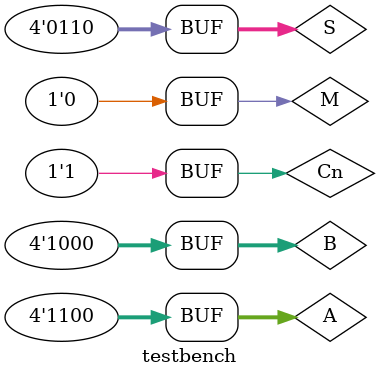
<source format=v>
`timescale 1ns / 1ps


module testbench;

	// Inputs
	reg [3:0] A;
	reg [3:0] B;
	reg M;
	reg [3:0] S;
	reg Cn;

	// Outputs
	wire [3:0] F;
	wire G;
	wire P;
	wire Cn4;
	wire AeqB;

	// Instantiate the Unit Under Test (UUT)
	alu74181 uut (
		.A(A), 
		.B(B), 
		.M(M), 
		.S(S), 
		.Cn(Cn), 
		.F(F), 
		.G(G), 
		.P(P), 
		.Cn4(Cn4), 
		.AeqB(AeqB)
	);

	initial begin
		// Initialize Inputs
		A = 4'b1001; // a = 9
		B = 4'b0100; // b = 4
		S = 4'b1001; // add func
		//for arithmetic and active-high in and outs:
		Cn = 1;
		M = 0;
		#100;
		//////////////////////////////////////////////////////////
		A = 4'b1100; // 12
		B = 4'b1000; // 8
		S = 4'b0110; //sub func
		//for arithmetic and active-high in and outs:
		Cn = 1;
		M = 0;
		#100;
   




	end
      
endmodule


</source>
